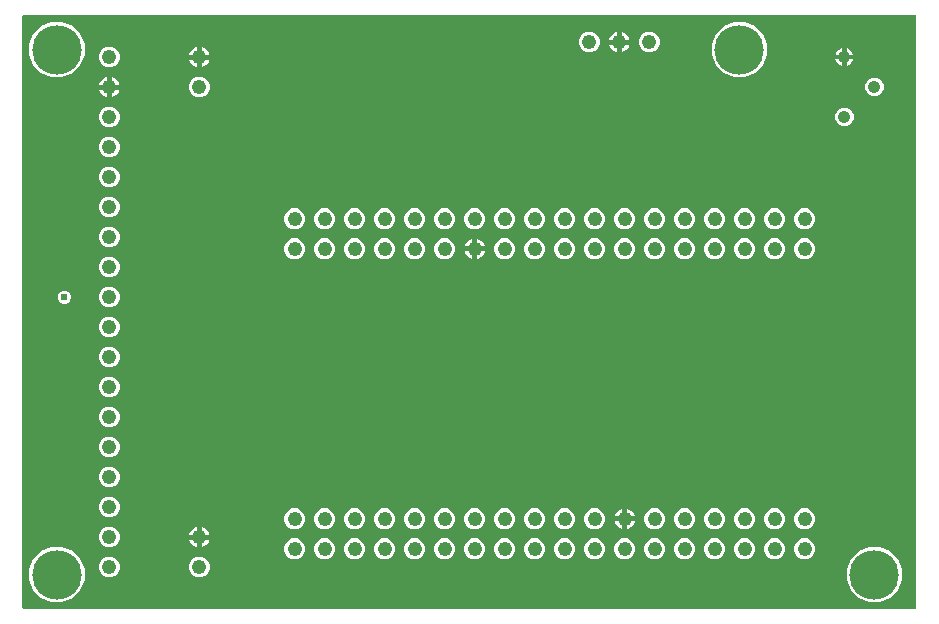
<source format=gbr>
G04 EAGLE Gerber RS-274X export*
G75*
%MOMM*%
%FSLAX34Y34*%
%LPD*%
%INCopper Layer 15*%
%IPPOS*%
%AMOC8*
5,1,8,0,0,1.08239X$1,22.5*%
G01*
%ADD10C,1.244600*%
%ADD11C,4.191000*%
%ADD12C,1.044800*%
%ADD13C,0.609600*%

G36*
X758308Y2556D02*
X758308Y2556D01*
X758427Y2563D01*
X758465Y2576D01*
X758506Y2581D01*
X758616Y2624D01*
X758729Y2661D01*
X758764Y2683D01*
X758801Y2698D01*
X758897Y2767D01*
X758998Y2831D01*
X759026Y2861D01*
X759059Y2884D01*
X759135Y2976D01*
X759216Y3063D01*
X759236Y3098D01*
X759261Y3129D01*
X759312Y3237D01*
X759370Y3341D01*
X759380Y3381D01*
X759397Y3417D01*
X759419Y3534D01*
X759449Y3649D01*
X759453Y3709D01*
X759457Y3729D01*
X759455Y3750D01*
X759459Y3810D01*
X759459Y504190D01*
X759444Y504308D01*
X759437Y504427D01*
X759424Y504465D01*
X759419Y504506D01*
X759376Y504616D01*
X759339Y504729D01*
X759317Y504764D01*
X759302Y504801D01*
X759233Y504897D01*
X759169Y504998D01*
X759139Y505026D01*
X759116Y505059D01*
X759024Y505135D01*
X758937Y505216D01*
X758902Y505236D01*
X758871Y505261D01*
X758763Y505312D01*
X758659Y505370D01*
X758619Y505380D01*
X758583Y505397D01*
X758466Y505419D01*
X758351Y505449D01*
X758291Y505453D01*
X758271Y505457D01*
X758250Y505455D01*
X758190Y505459D01*
X3810Y505459D01*
X3692Y505444D01*
X3573Y505437D01*
X3535Y505424D01*
X3494Y505419D01*
X3384Y505376D01*
X3271Y505339D01*
X3236Y505317D01*
X3199Y505302D01*
X3103Y505233D01*
X3002Y505169D01*
X2974Y505139D01*
X2941Y505116D01*
X2865Y505024D01*
X2784Y504937D01*
X2764Y504902D01*
X2739Y504871D01*
X2688Y504763D01*
X2630Y504659D01*
X2620Y504619D01*
X2603Y504583D01*
X2581Y504466D01*
X2551Y504351D01*
X2547Y504291D01*
X2543Y504271D01*
X2545Y504250D01*
X2541Y504190D01*
X2541Y3810D01*
X2556Y3692D01*
X2563Y3573D01*
X2576Y3535D01*
X2581Y3494D01*
X2624Y3384D01*
X2661Y3271D01*
X2683Y3236D01*
X2698Y3199D01*
X2767Y3103D01*
X2831Y3002D01*
X2861Y2974D01*
X2884Y2941D01*
X2976Y2865D01*
X3063Y2784D01*
X3098Y2764D01*
X3129Y2739D01*
X3237Y2688D01*
X3341Y2630D01*
X3381Y2620D01*
X3417Y2603D01*
X3534Y2581D01*
X3649Y2551D01*
X3709Y2547D01*
X3729Y2543D01*
X3750Y2545D01*
X3810Y2541D01*
X758190Y2541D01*
X758308Y2556D01*
G37*
%LPC*%
G36*
X604926Y452754D02*
X604926Y452754D01*
X596291Y456331D01*
X589681Y462941D01*
X586104Y471576D01*
X586104Y480924D01*
X589681Y489559D01*
X596291Y496169D01*
X604926Y499746D01*
X614274Y499746D01*
X622909Y496169D01*
X629519Y489559D01*
X633096Y480924D01*
X633096Y471576D01*
X629519Y462941D01*
X622909Y456331D01*
X614274Y452754D01*
X604926Y452754D01*
G37*
%LPD*%
%LPC*%
G36*
X27076Y452754D02*
X27076Y452754D01*
X18441Y456331D01*
X11831Y462941D01*
X8254Y471576D01*
X8254Y480924D01*
X11831Y489559D01*
X18441Y496169D01*
X27076Y499746D01*
X36424Y499746D01*
X45059Y496169D01*
X51669Y489559D01*
X55246Y480924D01*
X55246Y471576D01*
X51669Y462941D01*
X45059Y456331D01*
X36424Y452754D01*
X27076Y452754D01*
G37*
%LPD*%
%LPC*%
G36*
X27076Y8254D02*
X27076Y8254D01*
X18441Y11831D01*
X11831Y18441D01*
X8254Y27076D01*
X8254Y36424D01*
X11831Y45059D01*
X18441Y51669D01*
X27076Y55246D01*
X36424Y55246D01*
X45059Y51669D01*
X51669Y45059D01*
X55246Y36424D01*
X55246Y27076D01*
X51669Y18441D01*
X45059Y11831D01*
X36424Y8254D01*
X27076Y8254D01*
G37*
%LPD*%
%LPC*%
G36*
X719226Y8254D02*
X719226Y8254D01*
X710591Y11831D01*
X703981Y18441D01*
X700404Y27076D01*
X700404Y36424D01*
X703981Y45059D01*
X710591Y51669D01*
X719226Y55246D01*
X728574Y55246D01*
X737209Y51669D01*
X743819Y45059D01*
X747396Y36424D01*
X747396Y27076D01*
X743819Y18441D01*
X737209Y11831D01*
X728574Y8254D01*
X719226Y8254D01*
G37*
%LPD*%
%LPC*%
G36*
X531657Y473836D02*
X531657Y473836D01*
X528436Y475170D01*
X525970Y477636D01*
X524636Y480857D01*
X524636Y484343D01*
X525970Y487564D01*
X528436Y490030D01*
X531657Y491364D01*
X535143Y491364D01*
X538364Y490030D01*
X540830Y487564D01*
X542164Y484343D01*
X542164Y480857D01*
X540830Y477636D01*
X538364Y475170D01*
X535143Y473836D01*
X531657Y473836D01*
G37*
%LPD*%
%LPC*%
G36*
X480857Y473836D02*
X480857Y473836D01*
X477636Y475170D01*
X475170Y477636D01*
X473836Y480857D01*
X473836Y484343D01*
X475170Y487564D01*
X477636Y490030D01*
X480857Y491364D01*
X484343Y491364D01*
X487564Y490030D01*
X490030Y487564D01*
X491364Y484343D01*
X491364Y480857D01*
X490030Y477636D01*
X487564Y475170D01*
X484343Y473836D01*
X480857Y473836D01*
G37*
%LPD*%
%LPC*%
G36*
X586857Y44836D02*
X586857Y44836D01*
X583636Y46170D01*
X581170Y48636D01*
X579836Y51857D01*
X579836Y55343D01*
X581170Y58564D01*
X583636Y61030D01*
X586857Y62364D01*
X590343Y62364D01*
X593564Y61030D01*
X596030Y58564D01*
X597364Y55343D01*
X597364Y51857D01*
X596030Y48636D01*
X593564Y46170D01*
X590343Y44836D01*
X586857Y44836D01*
G37*
%LPD*%
%LPC*%
G36*
X561457Y44836D02*
X561457Y44836D01*
X558236Y46170D01*
X555770Y48636D01*
X554436Y51857D01*
X554436Y55343D01*
X555770Y58564D01*
X558236Y61030D01*
X561457Y62364D01*
X564943Y62364D01*
X568164Y61030D01*
X570630Y58564D01*
X571964Y55343D01*
X571964Y51857D01*
X570630Y48636D01*
X568164Y46170D01*
X564943Y44836D01*
X561457Y44836D01*
G37*
%LPD*%
%LPC*%
G36*
X536057Y44836D02*
X536057Y44836D01*
X532836Y46170D01*
X530370Y48636D01*
X529036Y51857D01*
X529036Y55343D01*
X530370Y58564D01*
X532836Y61030D01*
X536057Y62364D01*
X539543Y62364D01*
X542764Y61030D01*
X545230Y58564D01*
X546564Y55343D01*
X546564Y51857D01*
X545230Y48636D01*
X542764Y46170D01*
X539543Y44836D01*
X536057Y44836D01*
G37*
%LPD*%
%LPC*%
G36*
X510657Y44836D02*
X510657Y44836D01*
X507436Y46170D01*
X504970Y48636D01*
X503636Y51857D01*
X503636Y55343D01*
X504970Y58564D01*
X507436Y61030D01*
X510657Y62364D01*
X514143Y62364D01*
X517364Y61030D01*
X519830Y58564D01*
X521164Y55343D01*
X521164Y51857D01*
X519830Y48636D01*
X517364Y46170D01*
X514143Y44836D01*
X510657Y44836D01*
G37*
%LPD*%
%LPC*%
G36*
X74457Y461136D02*
X74457Y461136D01*
X71236Y462470D01*
X68770Y464936D01*
X67436Y468157D01*
X67436Y471643D01*
X68770Y474864D01*
X71236Y477330D01*
X74457Y478664D01*
X77943Y478664D01*
X81164Y477330D01*
X83630Y474864D01*
X84964Y471643D01*
X84964Y468157D01*
X83630Y464936D01*
X81164Y462470D01*
X77943Y461136D01*
X74457Y461136D01*
G37*
%LPD*%
%LPC*%
G36*
X485257Y44836D02*
X485257Y44836D01*
X482036Y46170D01*
X479570Y48636D01*
X478236Y51857D01*
X478236Y55343D01*
X479570Y58564D01*
X482036Y61030D01*
X485257Y62364D01*
X488743Y62364D01*
X491964Y61030D01*
X494430Y58564D01*
X495764Y55343D01*
X495764Y51857D01*
X494430Y48636D01*
X491964Y46170D01*
X488743Y44836D01*
X485257Y44836D01*
G37*
%LPD*%
%LPC*%
G36*
X74457Y29336D02*
X74457Y29336D01*
X71236Y30670D01*
X68770Y33136D01*
X67436Y36357D01*
X67436Y39843D01*
X68770Y43064D01*
X71236Y45530D01*
X74457Y46864D01*
X77943Y46864D01*
X81164Y45530D01*
X83630Y43064D01*
X84964Y39843D01*
X84964Y36357D01*
X83630Y33136D01*
X81164Y30670D01*
X77943Y29336D01*
X74457Y29336D01*
G37*
%LPD*%
%LPC*%
G36*
X434457Y44836D02*
X434457Y44836D01*
X431236Y46170D01*
X428770Y48636D01*
X427436Y51857D01*
X427436Y55343D01*
X428770Y58564D01*
X431236Y61030D01*
X434457Y62364D01*
X437943Y62364D01*
X441164Y61030D01*
X443630Y58564D01*
X444964Y55343D01*
X444964Y51857D01*
X443630Y48636D01*
X441164Y46170D01*
X437943Y44836D01*
X434457Y44836D01*
G37*
%LPD*%
%LPC*%
G36*
X409057Y44836D02*
X409057Y44836D01*
X405836Y46170D01*
X403370Y48636D01*
X402036Y51857D01*
X402036Y55343D01*
X403370Y58564D01*
X405836Y61030D01*
X409057Y62364D01*
X412543Y62364D01*
X415764Y61030D01*
X418230Y58564D01*
X419564Y55343D01*
X419564Y51857D01*
X418230Y48636D01*
X415764Y46170D01*
X412543Y44836D01*
X409057Y44836D01*
G37*
%LPD*%
%LPC*%
G36*
X383657Y44836D02*
X383657Y44836D01*
X380436Y46170D01*
X377970Y48636D01*
X376636Y51857D01*
X376636Y55343D01*
X377970Y58564D01*
X380436Y61030D01*
X383657Y62364D01*
X387143Y62364D01*
X390364Y61030D01*
X392830Y58564D01*
X394164Y55343D01*
X394164Y51857D01*
X392830Y48636D01*
X390364Y46170D01*
X387143Y44836D01*
X383657Y44836D01*
G37*
%LPD*%
%LPC*%
G36*
X637657Y324236D02*
X637657Y324236D01*
X634436Y325570D01*
X631970Y328036D01*
X630636Y331257D01*
X630636Y334743D01*
X631970Y337964D01*
X634436Y340430D01*
X637657Y341764D01*
X641143Y341764D01*
X644364Y340430D01*
X646830Y337964D01*
X648164Y334743D01*
X648164Y331257D01*
X646830Y328036D01*
X644364Y325570D01*
X641143Y324236D01*
X637657Y324236D01*
G37*
%LPD*%
%LPC*%
G36*
X358257Y44836D02*
X358257Y44836D01*
X355036Y46170D01*
X352570Y48636D01*
X351236Y51857D01*
X351236Y55343D01*
X352570Y58564D01*
X355036Y61030D01*
X358257Y62364D01*
X361743Y62364D01*
X364964Y61030D01*
X367430Y58564D01*
X368764Y55343D01*
X368764Y51857D01*
X367430Y48636D01*
X364964Y46170D01*
X361743Y44836D01*
X358257Y44836D01*
G37*
%LPD*%
%LPC*%
G36*
X332857Y44836D02*
X332857Y44836D01*
X329636Y46170D01*
X327170Y48636D01*
X325836Y51857D01*
X325836Y55343D01*
X327170Y58564D01*
X329636Y61030D01*
X332857Y62364D01*
X336343Y62364D01*
X339564Y61030D01*
X342030Y58564D01*
X343364Y55343D01*
X343364Y51857D01*
X342030Y48636D01*
X339564Y46170D01*
X336343Y44836D01*
X332857Y44836D01*
G37*
%LPD*%
%LPC*%
G36*
X150657Y435736D02*
X150657Y435736D01*
X147436Y437070D01*
X144970Y439536D01*
X143636Y442757D01*
X143636Y446243D01*
X144970Y449464D01*
X147436Y451930D01*
X150657Y453264D01*
X154143Y453264D01*
X157364Y451930D01*
X159830Y449464D01*
X161164Y446243D01*
X161164Y442757D01*
X159830Y439536D01*
X157364Y437070D01*
X154143Y435736D01*
X150657Y435736D01*
G37*
%LPD*%
%LPC*%
G36*
X307457Y44836D02*
X307457Y44836D01*
X304236Y46170D01*
X301770Y48636D01*
X300436Y51857D01*
X300436Y55343D01*
X301770Y58564D01*
X304236Y61030D01*
X307457Y62364D01*
X310943Y62364D01*
X314164Y61030D01*
X316630Y58564D01*
X317964Y55343D01*
X317964Y51857D01*
X316630Y48636D01*
X314164Y46170D01*
X310943Y44836D01*
X307457Y44836D01*
G37*
%LPD*%
%LPC*%
G36*
X282057Y44836D02*
X282057Y44836D01*
X278836Y46170D01*
X276370Y48636D01*
X275036Y51857D01*
X275036Y55343D01*
X276370Y58564D01*
X278836Y61030D01*
X282057Y62364D01*
X285543Y62364D01*
X288764Y61030D01*
X291230Y58564D01*
X292564Y55343D01*
X292564Y51857D01*
X291230Y48636D01*
X288764Y46170D01*
X285543Y44836D01*
X282057Y44836D01*
G37*
%LPD*%
%LPC*%
G36*
X256657Y44836D02*
X256657Y44836D01*
X253436Y46170D01*
X250970Y48636D01*
X249636Y51857D01*
X249636Y55343D01*
X250970Y58564D01*
X253436Y61030D01*
X256657Y62364D01*
X260143Y62364D01*
X263364Y61030D01*
X265830Y58564D01*
X267164Y55343D01*
X267164Y51857D01*
X265830Y48636D01*
X263364Y46170D01*
X260143Y44836D01*
X256657Y44836D01*
G37*
%LPD*%
%LPC*%
G36*
X231257Y44836D02*
X231257Y44836D01*
X228036Y46170D01*
X225570Y48636D01*
X224236Y51857D01*
X224236Y55343D01*
X225570Y58564D01*
X228036Y61030D01*
X231257Y62364D01*
X234743Y62364D01*
X237964Y61030D01*
X240430Y58564D01*
X241764Y55343D01*
X241764Y51857D01*
X240430Y48636D01*
X237964Y46170D01*
X234743Y44836D01*
X231257Y44836D01*
G37*
%LPD*%
%LPC*%
G36*
X150657Y29336D02*
X150657Y29336D01*
X147436Y30670D01*
X144970Y33136D01*
X143636Y36357D01*
X143636Y39843D01*
X144970Y43064D01*
X147436Y45530D01*
X150657Y46864D01*
X154143Y46864D01*
X157364Y45530D01*
X159830Y43064D01*
X161164Y39843D01*
X161164Y36357D01*
X159830Y33136D01*
X157364Y30670D01*
X154143Y29336D01*
X150657Y29336D01*
G37*
%LPD*%
%LPC*%
G36*
X74457Y410336D02*
X74457Y410336D01*
X71236Y411670D01*
X68770Y414136D01*
X67436Y417357D01*
X67436Y420843D01*
X68770Y424064D01*
X71236Y426530D01*
X74457Y427864D01*
X77943Y427864D01*
X81164Y426530D01*
X83630Y424064D01*
X84964Y420843D01*
X84964Y417357D01*
X83630Y414136D01*
X81164Y411670D01*
X77943Y410336D01*
X74457Y410336D01*
G37*
%LPD*%
%LPC*%
G36*
X74457Y384936D02*
X74457Y384936D01*
X71236Y386270D01*
X68770Y388736D01*
X67436Y391957D01*
X67436Y395443D01*
X68770Y398664D01*
X71236Y401130D01*
X74457Y402464D01*
X77943Y402464D01*
X81164Y401130D01*
X83630Y398664D01*
X84964Y395443D01*
X84964Y391957D01*
X83630Y388736D01*
X81164Y386270D01*
X77943Y384936D01*
X74457Y384936D01*
G37*
%LPD*%
%LPC*%
G36*
X74457Y359536D02*
X74457Y359536D01*
X71236Y360870D01*
X68770Y363336D01*
X67436Y366557D01*
X67436Y370043D01*
X68770Y373264D01*
X71236Y375730D01*
X74457Y377064D01*
X77943Y377064D01*
X81164Y375730D01*
X83630Y373264D01*
X84964Y370043D01*
X84964Y366557D01*
X83630Y363336D01*
X81164Y360870D01*
X77943Y359536D01*
X74457Y359536D01*
G37*
%LPD*%
%LPC*%
G36*
X74457Y334136D02*
X74457Y334136D01*
X71236Y335470D01*
X68770Y337936D01*
X67436Y341157D01*
X67436Y344643D01*
X68770Y347864D01*
X71236Y350330D01*
X74457Y351664D01*
X77943Y351664D01*
X81164Y350330D01*
X83630Y347864D01*
X84964Y344643D01*
X84964Y341157D01*
X83630Y337936D01*
X81164Y335470D01*
X77943Y334136D01*
X74457Y334136D01*
G37*
%LPD*%
%LPC*%
G36*
X663057Y324236D02*
X663057Y324236D01*
X659836Y325570D01*
X657370Y328036D01*
X656036Y331257D01*
X656036Y334743D01*
X657370Y337964D01*
X659836Y340430D01*
X663057Y341764D01*
X666543Y341764D01*
X669764Y340430D01*
X672230Y337964D01*
X673564Y334743D01*
X673564Y331257D01*
X672230Y328036D01*
X669764Y325570D01*
X666543Y324236D01*
X663057Y324236D01*
G37*
%LPD*%
%LPC*%
G36*
X612257Y324236D02*
X612257Y324236D01*
X609036Y325570D01*
X606570Y328036D01*
X605236Y331257D01*
X605236Y334743D01*
X606570Y337964D01*
X609036Y340430D01*
X612257Y341764D01*
X615743Y341764D01*
X618964Y340430D01*
X621430Y337964D01*
X622764Y334743D01*
X622764Y331257D01*
X621430Y328036D01*
X618964Y325570D01*
X615743Y324236D01*
X612257Y324236D01*
G37*
%LPD*%
%LPC*%
G36*
X586857Y324236D02*
X586857Y324236D01*
X583636Y325570D01*
X581170Y328036D01*
X579836Y331257D01*
X579836Y334743D01*
X581170Y337964D01*
X583636Y340430D01*
X586857Y341764D01*
X590343Y341764D01*
X593564Y340430D01*
X596030Y337964D01*
X597364Y334743D01*
X597364Y331257D01*
X596030Y328036D01*
X593564Y325570D01*
X590343Y324236D01*
X586857Y324236D01*
G37*
%LPD*%
%LPC*%
G36*
X561457Y324236D02*
X561457Y324236D01*
X558236Y325570D01*
X555770Y328036D01*
X554436Y331257D01*
X554436Y334743D01*
X555770Y337964D01*
X558236Y340430D01*
X561457Y341764D01*
X564943Y341764D01*
X568164Y340430D01*
X570630Y337964D01*
X571964Y334743D01*
X571964Y331257D01*
X570630Y328036D01*
X568164Y325570D01*
X564943Y324236D01*
X561457Y324236D01*
G37*
%LPD*%
%LPC*%
G36*
X536057Y324236D02*
X536057Y324236D01*
X532836Y325570D01*
X530370Y328036D01*
X529036Y331257D01*
X529036Y334743D01*
X530370Y337964D01*
X532836Y340430D01*
X536057Y341764D01*
X539543Y341764D01*
X542764Y340430D01*
X545230Y337964D01*
X546564Y334743D01*
X546564Y331257D01*
X545230Y328036D01*
X542764Y325570D01*
X539543Y324236D01*
X536057Y324236D01*
G37*
%LPD*%
%LPC*%
G36*
X510657Y324236D02*
X510657Y324236D01*
X507436Y325570D01*
X504970Y328036D01*
X503636Y331257D01*
X503636Y334743D01*
X504970Y337964D01*
X507436Y340430D01*
X510657Y341764D01*
X514143Y341764D01*
X517364Y340430D01*
X519830Y337964D01*
X521164Y334743D01*
X521164Y331257D01*
X519830Y328036D01*
X517364Y325570D01*
X514143Y324236D01*
X510657Y324236D01*
G37*
%LPD*%
%LPC*%
G36*
X485257Y324236D02*
X485257Y324236D01*
X482036Y325570D01*
X479570Y328036D01*
X478236Y331257D01*
X478236Y334743D01*
X479570Y337964D01*
X482036Y340430D01*
X485257Y341764D01*
X488743Y341764D01*
X491964Y340430D01*
X494430Y337964D01*
X495764Y334743D01*
X495764Y331257D01*
X494430Y328036D01*
X491964Y325570D01*
X488743Y324236D01*
X485257Y324236D01*
G37*
%LPD*%
%LPC*%
G36*
X459857Y324236D02*
X459857Y324236D01*
X456636Y325570D01*
X454170Y328036D01*
X452836Y331257D01*
X452836Y334743D01*
X454170Y337964D01*
X456636Y340430D01*
X459857Y341764D01*
X463343Y341764D01*
X466564Y340430D01*
X469030Y337964D01*
X470364Y334743D01*
X470364Y331257D01*
X469030Y328036D01*
X466564Y325570D01*
X463343Y324236D01*
X459857Y324236D01*
G37*
%LPD*%
%LPC*%
G36*
X434457Y324236D02*
X434457Y324236D01*
X431236Y325570D01*
X428770Y328036D01*
X427436Y331257D01*
X427436Y334743D01*
X428770Y337964D01*
X431236Y340430D01*
X434457Y341764D01*
X437943Y341764D01*
X441164Y340430D01*
X443630Y337964D01*
X444964Y334743D01*
X444964Y331257D01*
X443630Y328036D01*
X441164Y325570D01*
X437943Y324236D01*
X434457Y324236D01*
G37*
%LPD*%
%LPC*%
G36*
X409057Y324236D02*
X409057Y324236D01*
X405836Y325570D01*
X403370Y328036D01*
X402036Y331257D01*
X402036Y334743D01*
X403370Y337964D01*
X405836Y340430D01*
X409057Y341764D01*
X412543Y341764D01*
X415764Y340430D01*
X418230Y337964D01*
X419564Y334743D01*
X419564Y331257D01*
X418230Y328036D01*
X415764Y325570D01*
X412543Y324236D01*
X409057Y324236D01*
G37*
%LPD*%
%LPC*%
G36*
X383657Y324236D02*
X383657Y324236D01*
X380436Y325570D01*
X377970Y328036D01*
X376636Y331257D01*
X376636Y334743D01*
X377970Y337964D01*
X380436Y340430D01*
X383657Y341764D01*
X387143Y341764D01*
X390364Y340430D01*
X392830Y337964D01*
X394164Y334743D01*
X394164Y331257D01*
X392830Y328036D01*
X390364Y325570D01*
X387143Y324236D01*
X383657Y324236D01*
G37*
%LPD*%
%LPC*%
G36*
X358257Y324236D02*
X358257Y324236D01*
X355036Y325570D01*
X352570Y328036D01*
X351236Y331257D01*
X351236Y334743D01*
X352570Y337964D01*
X355036Y340430D01*
X358257Y341764D01*
X361743Y341764D01*
X364964Y340430D01*
X367430Y337964D01*
X368764Y334743D01*
X368764Y331257D01*
X367430Y328036D01*
X364964Y325570D01*
X361743Y324236D01*
X358257Y324236D01*
G37*
%LPD*%
%LPC*%
G36*
X332857Y324236D02*
X332857Y324236D01*
X329636Y325570D01*
X327170Y328036D01*
X325836Y331257D01*
X325836Y334743D01*
X327170Y337964D01*
X329636Y340430D01*
X332857Y341764D01*
X336343Y341764D01*
X339564Y340430D01*
X342030Y337964D01*
X343364Y334743D01*
X343364Y331257D01*
X342030Y328036D01*
X339564Y325570D01*
X336343Y324236D01*
X332857Y324236D01*
G37*
%LPD*%
%LPC*%
G36*
X307457Y324236D02*
X307457Y324236D01*
X304236Y325570D01*
X301770Y328036D01*
X300436Y331257D01*
X300436Y334743D01*
X301770Y337964D01*
X304236Y340430D01*
X307457Y341764D01*
X310943Y341764D01*
X314164Y340430D01*
X316630Y337964D01*
X317964Y334743D01*
X317964Y331257D01*
X316630Y328036D01*
X314164Y325570D01*
X310943Y324236D01*
X307457Y324236D01*
G37*
%LPD*%
%LPC*%
G36*
X282057Y324236D02*
X282057Y324236D01*
X278836Y325570D01*
X276370Y328036D01*
X275036Y331257D01*
X275036Y334743D01*
X276370Y337964D01*
X278836Y340430D01*
X282057Y341764D01*
X285543Y341764D01*
X288764Y340430D01*
X291230Y337964D01*
X292564Y334743D01*
X292564Y331257D01*
X291230Y328036D01*
X288764Y325570D01*
X285543Y324236D01*
X282057Y324236D01*
G37*
%LPD*%
%LPC*%
G36*
X256657Y324236D02*
X256657Y324236D01*
X253436Y325570D01*
X250970Y328036D01*
X249636Y331257D01*
X249636Y334743D01*
X250970Y337964D01*
X253436Y340430D01*
X256657Y341764D01*
X260143Y341764D01*
X263364Y340430D01*
X265830Y337964D01*
X267164Y334743D01*
X267164Y331257D01*
X265830Y328036D01*
X263364Y325570D01*
X260143Y324236D01*
X256657Y324236D01*
G37*
%LPD*%
%LPC*%
G36*
X231257Y324236D02*
X231257Y324236D01*
X228036Y325570D01*
X225570Y328036D01*
X224236Y331257D01*
X224236Y334743D01*
X225570Y337964D01*
X228036Y340430D01*
X231257Y341764D01*
X234743Y341764D01*
X237964Y340430D01*
X240430Y337964D01*
X241764Y334743D01*
X241764Y331257D01*
X240430Y328036D01*
X237964Y325570D01*
X234743Y324236D01*
X231257Y324236D01*
G37*
%LPD*%
%LPC*%
G36*
X74457Y308736D02*
X74457Y308736D01*
X71236Y310070D01*
X68770Y312536D01*
X67436Y315757D01*
X67436Y319243D01*
X68770Y322464D01*
X71236Y324930D01*
X74457Y326264D01*
X77943Y326264D01*
X81164Y324930D01*
X83630Y322464D01*
X84964Y319243D01*
X84964Y315757D01*
X83630Y312536D01*
X81164Y310070D01*
X77943Y308736D01*
X74457Y308736D01*
G37*
%LPD*%
%LPC*%
G36*
X256657Y298836D02*
X256657Y298836D01*
X253436Y300170D01*
X250970Y302636D01*
X249636Y305857D01*
X249636Y309343D01*
X250970Y312564D01*
X253436Y315030D01*
X256657Y316364D01*
X260143Y316364D01*
X263364Y315030D01*
X265830Y312564D01*
X267164Y309343D01*
X267164Y305857D01*
X265830Y302636D01*
X263364Y300170D01*
X260143Y298836D01*
X256657Y298836D01*
G37*
%LPD*%
%LPC*%
G36*
X231257Y298836D02*
X231257Y298836D01*
X228036Y300170D01*
X225570Y302636D01*
X224236Y305857D01*
X224236Y309343D01*
X225570Y312564D01*
X228036Y315030D01*
X231257Y316364D01*
X234743Y316364D01*
X237964Y315030D01*
X240430Y312564D01*
X241764Y309343D01*
X241764Y305857D01*
X240430Y302636D01*
X237964Y300170D01*
X234743Y298836D01*
X231257Y298836D01*
G37*
%LPD*%
%LPC*%
G36*
X663057Y298836D02*
X663057Y298836D01*
X659836Y300170D01*
X657370Y302636D01*
X656036Y305857D01*
X656036Y309343D01*
X657370Y312564D01*
X659836Y315030D01*
X663057Y316364D01*
X666543Y316364D01*
X669764Y315030D01*
X672230Y312564D01*
X673564Y309343D01*
X673564Y305857D01*
X672230Y302636D01*
X669764Y300170D01*
X666543Y298836D01*
X663057Y298836D01*
G37*
%LPD*%
%LPC*%
G36*
X637657Y298836D02*
X637657Y298836D01*
X634436Y300170D01*
X631970Y302636D01*
X630636Y305857D01*
X630636Y309343D01*
X631970Y312564D01*
X634436Y315030D01*
X637657Y316364D01*
X641143Y316364D01*
X644364Y315030D01*
X646830Y312564D01*
X648164Y309343D01*
X648164Y305857D01*
X646830Y302636D01*
X644364Y300170D01*
X641143Y298836D01*
X637657Y298836D01*
G37*
%LPD*%
%LPC*%
G36*
X612257Y298836D02*
X612257Y298836D01*
X609036Y300170D01*
X606570Y302636D01*
X605236Y305857D01*
X605236Y309343D01*
X606570Y312564D01*
X609036Y315030D01*
X612257Y316364D01*
X615743Y316364D01*
X618964Y315030D01*
X621430Y312564D01*
X622764Y309343D01*
X622764Y305857D01*
X621430Y302636D01*
X618964Y300170D01*
X615743Y298836D01*
X612257Y298836D01*
G37*
%LPD*%
%LPC*%
G36*
X586857Y298836D02*
X586857Y298836D01*
X583636Y300170D01*
X581170Y302636D01*
X579836Y305857D01*
X579836Y309343D01*
X581170Y312564D01*
X583636Y315030D01*
X586857Y316364D01*
X590343Y316364D01*
X593564Y315030D01*
X596030Y312564D01*
X597364Y309343D01*
X597364Y305857D01*
X596030Y302636D01*
X593564Y300170D01*
X590343Y298836D01*
X586857Y298836D01*
G37*
%LPD*%
%LPC*%
G36*
X561457Y298836D02*
X561457Y298836D01*
X558236Y300170D01*
X555770Y302636D01*
X554436Y305857D01*
X554436Y309343D01*
X555770Y312564D01*
X558236Y315030D01*
X561457Y316364D01*
X564943Y316364D01*
X568164Y315030D01*
X570630Y312564D01*
X571964Y309343D01*
X571964Y305857D01*
X570630Y302636D01*
X568164Y300170D01*
X564943Y298836D01*
X561457Y298836D01*
G37*
%LPD*%
%LPC*%
G36*
X536057Y298836D02*
X536057Y298836D01*
X532836Y300170D01*
X530370Y302636D01*
X529036Y305857D01*
X529036Y309343D01*
X530370Y312564D01*
X532836Y315030D01*
X536057Y316364D01*
X539543Y316364D01*
X542764Y315030D01*
X545230Y312564D01*
X546564Y309343D01*
X546564Y305857D01*
X545230Y302636D01*
X542764Y300170D01*
X539543Y298836D01*
X536057Y298836D01*
G37*
%LPD*%
%LPC*%
G36*
X510657Y298836D02*
X510657Y298836D01*
X507436Y300170D01*
X504970Y302636D01*
X503636Y305857D01*
X503636Y309343D01*
X504970Y312564D01*
X507436Y315030D01*
X510657Y316364D01*
X514143Y316364D01*
X517364Y315030D01*
X519830Y312564D01*
X521164Y309343D01*
X521164Y305857D01*
X519830Y302636D01*
X517364Y300170D01*
X514143Y298836D01*
X510657Y298836D01*
G37*
%LPD*%
%LPC*%
G36*
X485257Y298836D02*
X485257Y298836D01*
X482036Y300170D01*
X479570Y302636D01*
X478236Y305857D01*
X478236Y309343D01*
X479570Y312564D01*
X482036Y315030D01*
X485257Y316364D01*
X488743Y316364D01*
X491964Y315030D01*
X494430Y312564D01*
X495764Y309343D01*
X495764Y305857D01*
X494430Y302636D01*
X491964Y300170D01*
X488743Y298836D01*
X485257Y298836D01*
G37*
%LPD*%
%LPC*%
G36*
X459857Y298836D02*
X459857Y298836D01*
X456636Y300170D01*
X454170Y302636D01*
X452836Y305857D01*
X452836Y309343D01*
X454170Y312564D01*
X456636Y315030D01*
X459857Y316364D01*
X463343Y316364D01*
X466564Y315030D01*
X469030Y312564D01*
X470364Y309343D01*
X470364Y305857D01*
X469030Y302636D01*
X466564Y300170D01*
X463343Y298836D01*
X459857Y298836D01*
G37*
%LPD*%
%LPC*%
G36*
X434457Y298836D02*
X434457Y298836D01*
X431236Y300170D01*
X428770Y302636D01*
X427436Y305857D01*
X427436Y309343D01*
X428770Y312564D01*
X431236Y315030D01*
X434457Y316364D01*
X437943Y316364D01*
X441164Y315030D01*
X443630Y312564D01*
X444964Y309343D01*
X444964Y305857D01*
X443630Y302636D01*
X441164Y300170D01*
X437943Y298836D01*
X434457Y298836D01*
G37*
%LPD*%
%LPC*%
G36*
X409057Y298836D02*
X409057Y298836D01*
X405836Y300170D01*
X403370Y302636D01*
X402036Y305857D01*
X402036Y309343D01*
X403370Y312564D01*
X405836Y315030D01*
X409057Y316364D01*
X412543Y316364D01*
X415764Y315030D01*
X418230Y312564D01*
X419564Y309343D01*
X419564Y305857D01*
X418230Y302636D01*
X415764Y300170D01*
X412543Y298836D01*
X409057Y298836D01*
G37*
%LPD*%
%LPC*%
G36*
X358257Y298836D02*
X358257Y298836D01*
X355036Y300170D01*
X352570Y302636D01*
X351236Y305857D01*
X351236Y309343D01*
X352570Y312564D01*
X355036Y315030D01*
X358257Y316364D01*
X361743Y316364D01*
X364964Y315030D01*
X367430Y312564D01*
X368764Y309343D01*
X368764Y305857D01*
X367430Y302636D01*
X364964Y300170D01*
X361743Y298836D01*
X358257Y298836D01*
G37*
%LPD*%
%LPC*%
G36*
X332857Y298836D02*
X332857Y298836D01*
X329636Y300170D01*
X327170Y302636D01*
X325836Y305857D01*
X325836Y309343D01*
X327170Y312564D01*
X329636Y315030D01*
X332857Y316364D01*
X336343Y316364D01*
X339564Y315030D01*
X342030Y312564D01*
X343364Y309343D01*
X343364Y305857D01*
X342030Y302636D01*
X339564Y300170D01*
X336343Y298836D01*
X332857Y298836D01*
G37*
%LPD*%
%LPC*%
G36*
X307457Y298836D02*
X307457Y298836D01*
X304236Y300170D01*
X301770Y302636D01*
X300436Y305857D01*
X300436Y309343D01*
X301770Y312564D01*
X304236Y315030D01*
X307457Y316364D01*
X310943Y316364D01*
X314164Y315030D01*
X316630Y312564D01*
X317964Y309343D01*
X317964Y305857D01*
X316630Y302636D01*
X314164Y300170D01*
X310943Y298836D01*
X307457Y298836D01*
G37*
%LPD*%
%LPC*%
G36*
X282057Y298836D02*
X282057Y298836D01*
X278836Y300170D01*
X276370Y302636D01*
X275036Y305857D01*
X275036Y309343D01*
X276370Y312564D01*
X278836Y315030D01*
X282057Y316364D01*
X285543Y316364D01*
X288764Y315030D01*
X291230Y312564D01*
X292564Y309343D01*
X292564Y305857D01*
X291230Y302636D01*
X288764Y300170D01*
X285543Y298836D01*
X282057Y298836D01*
G37*
%LPD*%
%LPC*%
G36*
X74457Y283336D02*
X74457Y283336D01*
X71236Y284670D01*
X68770Y287136D01*
X67436Y290357D01*
X67436Y293843D01*
X68770Y297064D01*
X71236Y299530D01*
X74457Y300864D01*
X77943Y300864D01*
X81164Y299530D01*
X83630Y297064D01*
X84964Y293843D01*
X84964Y290357D01*
X83630Y287136D01*
X81164Y284670D01*
X77943Y283336D01*
X74457Y283336D01*
G37*
%LPD*%
%LPC*%
G36*
X74457Y257936D02*
X74457Y257936D01*
X71236Y259270D01*
X68770Y261736D01*
X67436Y264957D01*
X67436Y268443D01*
X68770Y271664D01*
X71236Y274130D01*
X74457Y275464D01*
X77943Y275464D01*
X81164Y274130D01*
X83630Y271664D01*
X84964Y268443D01*
X84964Y264957D01*
X83630Y261736D01*
X81164Y259270D01*
X77943Y257936D01*
X74457Y257936D01*
G37*
%LPD*%
%LPC*%
G36*
X74457Y232536D02*
X74457Y232536D01*
X71236Y233870D01*
X68770Y236336D01*
X67436Y239557D01*
X67436Y243043D01*
X68770Y246264D01*
X71236Y248730D01*
X74457Y250064D01*
X77943Y250064D01*
X81164Y248730D01*
X83630Y246264D01*
X84964Y243043D01*
X84964Y239557D01*
X83630Y236336D01*
X81164Y233870D01*
X77943Y232536D01*
X74457Y232536D01*
G37*
%LPD*%
%LPC*%
G36*
X74457Y207136D02*
X74457Y207136D01*
X71236Y208470D01*
X68770Y210936D01*
X67436Y214157D01*
X67436Y217643D01*
X68770Y220864D01*
X71236Y223330D01*
X74457Y224664D01*
X77943Y224664D01*
X81164Y223330D01*
X83630Y220864D01*
X84964Y217643D01*
X84964Y214157D01*
X83630Y210936D01*
X81164Y208470D01*
X77943Y207136D01*
X74457Y207136D01*
G37*
%LPD*%
%LPC*%
G36*
X74457Y181736D02*
X74457Y181736D01*
X71236Y183070D01*
X68770Y185536D01*
X67436Y188757D01*
X67436Y192243D01*
X68770Y195464D01*
X71236Y197930D01*
X74457Y199264D01*
X77943Y199264D01*
X81164Y197930D01*
X83630Y195464D01*
X84964Y192243D01*
X84964Y188757D01*
X83630Y185536D01*
X81164Y183070D01*
X77943Y181736D01*
X74457Y181736D01*
G37*
%LPD*%
%LPC*%
G36*
X74457Y156336D02*
X74457Y156336D01*
X71236Y157670D01*
X68770Y160136D01*
X67436Y163357D01*
X67436Y166843D01*
X68770Y170064D01*
X71236Y172530D01*
X74457Y173864D01*
X77943Y173864D01*
X81164Y172530D01*
X83630Y170064D01*
X84964Y166843D01*
X84964Y163357D01*
X83630Y160136D01*
X81164Y157670D01*
X77943Y156336D01*
X74457Y156336D01*
G37*
%LPD*%
%LPC*%
G36*
X74457Y130936D02*
X74457Y130936D01*
X71236Y132270D01*
X68770Y134736D01*
X67436Y137957D01*
X67436Y141443D01*
X68770Y144664D01*
X71236Y147130D01*
X74457Y148464D01*
X77943Y148464D01*
X81164Y147130D01*
X83630Y144664D01*
X84964Y141443D01*
X84964Y137957D01*
X83630Y134736D01*
X81164Y132270D01*
X77943Y130936D01*
X74457Y130936D01*
G37*
%LPD*%
%LPC*%
G36*
X74457Y105536D02*
X74457Y105536D01*
X71236Y106870D01*
X68770Y109336D01*
X67436Y112557D01*
X67436Y116043D01*
X68770Y119264D01*
X71236Y121730D01*
X74457Y123064D01*
X77943Y123064D01*
X81164Y121730D01*
X83630Y119264D01*
X84964Y116043D01*
X84964Y112557D01*
X83630Y109336D01*
X81164Y106870D01*
X77943Y105536D01*
X74457Y105536D01*
G37*
%LPD*%
%LPC*%
G36*
X74457Y80136D02*
X74457Y80136D01*
X71236Y81470D01*
X68770Y83936D01*
X67436Y87157D01*
X67436Y90643D01*
X68770Y93864D01*
X71236Y96330D01*
X74457Y97664D01*
X77943Y97664D01*
X81164Y96330D01*
X83630Y93864D01*
X84964Y90643D01*
X84964Y87157D01*
X83630Y83936D01*
X81164Y81470D01*
X77943Y80136D01*
X74457Y80136D01*
G37*
%LPD*%
%LPC*%
G36*
X256657Y70236D02*
X256657Y70236D01*
X253436Y71570D01*
X250970Y74036D01*
X249636Y77257D01*
X249636Y80743D01*
X250970Y83964D01*
X253436Y86430D01*
X256657Y87764D01*
X260143Y87764D01*
X263364Y86430D01*
X265830Y83964D01*
X267164Y80743D01*
X267164Y77257D01*
X265830Y74036D01*
X263364Y71570D01*
X260143Y70236D01*
X256657Y70236D01*
G37*
%LPD*%
%LPC*%
G36*
X231257Y70236D02*
X231257Y70236D01*
X228036Y71570D01*
X225570Y74036D01*
X224236Y77257D01*
X224236Y80743D01*
X225570Y83964D01*
X228036Y86430D01*
X231257Y87764D01*
X234743Y87764D01*
X237964Y86430D01*
X240430Y83964D01*
X241764Y80743D01*
X241764Y77257D01*
X240430Y74036D01*
X237964Y71570D01*
X234743Y70236D01*
X231257Y70236D01*
G37*
%LPD*%
%LPC*%
G36*
X663057Y70236D02*
X663057Y70236D01*
X659836Y71570D01*
X657370Y74036D01*
X656036Y77257D01*
X656036Y80743D01*
X657370Y83964D01*
X659836Y86430D01*
X663057Y87764D01*
X666543Y87764D01*
X669764Y86430D01*
X672230Y83964D01*
X673564Y80743D01*
X673564Y77257D01*
X672230Y74036D01*
X669764Y71570D01*
X666543Y70236D01*
X663057Y70236D01*
G37*
%LPD*%
%LPC*%
G36*
X637657Y70236D02*
X637657Y70236D01*
X634436Y71570D01*
X631970Y74036D01*
X630636Y77257D01*
X630636Y80743D01*
X631970Y83964D01*
X634436Y86430D01*
X637657Y87764D01*
X641143Y87764D01*
X644364Y86430D01*
X646830Y83964D01*
X648164Y80743D01*
X648164Y77257D01*
X646830Y74036D01*
X644364Y71570D01*
X641143Y70236D01*
X637657Y70236D01*
G37*
%LPD*%
%LPC*%
G36*
X612257Y70236D02*
X612257Y70236D01*
X609036Y71570D01*
X606570Y74036D01*
X605236Y77257D01*
X605236Y80743D01*
X606570Y83964D01*
X609036Y86430D01*
X612257Y87764D01*
X615743Y87764D01*
X618964Y86430D01*
X621430Y83964D01*
X622764Y80743D01*
X622764Y77257D01*
X621430Y74036D01*
X618964Y71570D01*
X615743Y70236D01*
X612257Y70236D01*
G37*
%LPD*%
%LPC*%
G36*
X586857Y70236D02*
X586857Y70236D01*
X583636Y71570D01*
X581170Y74036D01*
X579836Y77257D01*
X579836Y80743D01*
X581170Y83964D01*
X583636Y86430D01*
X586857Y87764D01*
X590343Y87764D01*
X593564Y86430D01*
X596030Y83964D01*
X597364Y80743D01*
X597364Y77257D01*
X596030Y74036D01*
X593564Y71570D01*
X590343Y70236D01*
X586857Y70236D01*
G37*
%LPD*%
%LPC*%
G36*
X561457Y70236D02*
X561457Y70236D01*
X558236Y71570D01*
X555770Y74036D01*
X554436Y77257D01*
X554436Y80743D01*
X555770Y83964D01*
X558236Y86430D01*
X561457Y87764D01*
X564943Y87764D01*
X568164Y86430D01*
X570630Y83964D01*
X571964Y80743D01*
X571964Y77257D01*
X570630Y74036D01*
X568164Y71570D01*
X564943Y70236D01*
X561457Y70236D01*
G37*
%LPD*%
%LPC*%
G36*
X536057Y70236D02*
X536057Y70236D01*
X532836Y71570D01*
X530370Y74036D01*
X529036Y77257D01*
X529036Y80743D01*
X530370Y83964D01*
X532836Y86430D01*
X536057Y87764D01*
X539543Y87764D01*
X542764Y86430D01*
X545230Y83964D01*
X546564Y80743D01*
X546564Y77257D01*
X545230Y74036D01*
X542764Y71570D01*
X539543Y70236D01*
X536057Y70236D01*
G37*
%LPD*%
%LPC*%
G36*
X485257Y70236D02*
X485257Y70236D01*
X482036Y71570D01*
X479570Y74036D01*
X478236Y77257D01*
X478236Y80743D01*
X479570Y83964D01*
X482036Y86430D01*
X485257Y87764D01*
X488743Y87764D01*
X491964Y86430D01*
X494430Y83964D01*
X495764Y80743D01*
X495764Y77257D01*
X494430Y74036D01*
X491964Y71570D01*
X488743Y70236D01*
X485257Y70236D01*
G37*
%LPD*%
%LPC*%
G36*
X459857Y70236D02*
X459857Y70236D01*
X456636Y71570D01*
X454170Y74036D01*
X452836Y77257D01*
X452836Y80743D01*
X454170Y83964D01*
X456636Y86430D01*
X459857Y87764D01*
X463343Y87764D01*
X466564Y86430D01*
X469030Y83964D01*
X470364Y80743D01*
X470364Y77257D01*
X469030Y74036D01*
X466564Y71570D01*
X463343Y70236D01*
X459857Y70236D01*
G37*
%LPD*%
%LPC*%
G36*
X434457Y70236D02*
X434457Y70236D01*
X431236Y71570D01*
X428770Y74036D01*
X427436Y77257D01*
X427436Y80743D01*
X428770Y83964D01*
X431236Y86430D01*
X434457Y87764D01*
X437943Y87764D01*
X441164Y86430D01*
X443630Y83964D01*
X444964Y80743D01*
X444964Y77257D01*
X443630Y74036D01*
X441164Y71570D01*
X437943Y70236D01*
X434457Y70236D01*
G37*
%LPD*%
%LPC*%
G36*
X409057Y70236D02*
X409057Y70236D01*
X405836Y71570D01*
X403370Y74036D01*
X402036Y77257D01*
X402036Y80743D01*
X403370Y83964D01*
X405836Y86430D01*
X409057Y87764D01*
X412543Y87764D01*
X415764Y86430D01*
X418230Y83964D01*
X419564Y80743D01*
X419564Y77257D01*
X418230Y74036D01*
X415764Y71570D01*
X412543Y70236D01*
X409057Y70236D01*
G37*
%LPD*%
%LPC*%
G36*
X383657Y70236D02*
X383657Y70236D01*
X380436Y71570D01*
X377970Y74036D01*
X376636Y77257D01*
X376636Y80743D01*
X377970Y83964D01*
X380436Y86430D01*
X383657Y87764D01*
X387143Y87764D01*
X390364Y86430D01*
X392830Y83964D01*
X394164Y80743D01*
X394164Y77257D01*
X392830Y74036D01*
X390364Y71570D01*
X387143Y70236D01*
X383657Y70236D01*
G37*
%LPD*%
%LPC*%
G36*
X358257Y70236D02*
X358257Y70236D01*
X355036Y71570D01*
X352570Y74036D01*
X351236Y77257D01*
X351236Y80743D01*
X352570Y83964D01*
X355036Y86430D01*
X358257Y87764D01*
X361743Y87764D01*
X364964Y86430D01*
X367430Y83964D01*
X368764Y80743D01*
X368764Y77257D01*
X367430Y74036D01*
X364964Y71570D01*
X361743Y70236D01*
X358257Y70236D01*
G37*
%LPD*%
%LPC*%
G36*
X332857Y70236D02*
X332857Y70236D01*
X329636Y71570D01*
X327170Y74036D01*
X325836Y77257D01*
X325836Y80743D01*
X327170Y83964D01*
X329636Y86430D01*
X332857Y87764D01*
X336343Y87764D01*
X339564Y86430D01*
X342030Y83964D01*
X343364Y80743D01*
X343364Y77257D01*
X342030Y74036D01*
X339564Y71570D01*
X336343Y70236D01*
X332857Y70236D01*
G37*
%LPD*%
%LPC*%
G36*
X307457Y70236D02*
X307457Y70236D01*
X304236Y71570D01*
X301770Y74036D01*
X300436Y77257D01*
X300436Y80743D01*
X301770Y83964D01*
X304236Y86430D01*
X307457Y87764D01*
X310943Y87764D01*
X314164Y86430D01*
X316630Y83964D01*
X317964Y80743D01*
X317964Y77257D01*
X316630Y74036D01*
X314164Y71570D01*
X310943Y70236D01*
X307457Y70236D01*
G37*
%LPD*%
%LPC*%
G36*
X282057Y70236D02*
X282057Y70236D01*
X278836Y71570D01*
X276370Y74036D01*
X275036Y77257D01*
X275036Y80743D01*
X276370Y83964D01*
X278836Y86430D01*
X282057Y87764D01*
X285543Y87764D01*
X288764Y86430D01*
X291230Y83964D01*
X292564Y80743D01*
X292564Y77257D01*
X291230Y74036D01*
X288764Y71570D01*
X285543Y70236D01*
X282057Y70236D01*
G37*
%LPD*%
%LPC*%
G36*
X459857Y44836D02*
X459857Y44836D01*
X456636Y46170D01*
X454170Y48636D01*
X452836Y51857D01*
X452836Y55343D01*
X454170Y58564D01*
X456636Y61030D01*
X459857Y62364D01*
X463343Y62364D01*
X466564Y61030D01*
X469030Y58564D01*
X470364Y55343D01*
X470364Y51857D01*
X469030Y48636D01*
X466564Y46170D01*
X463343Y44836D01*
X459857Y44836D01*
G37*
%LPD*%
%LPC*%
G36*
X74457Y54736D02*
X74457Y54736D01*
X71236Y56070D01*
X68770Y58536D01*
X67436Y61757D01*
X67436Y65243D01*
X68770Y68464D01*
X71236Y70930D01*
X74457Y72264D01*
X77943Y72264D01*
X81164Y70930D01*
X83630Y68464D01*
X84964Y65243D01*
X84964Y61757D01*
X83630Y58536D01*
X81164Y56070D01*
X77943Y54736D01*
X74457Y54736D01*
G37*
%LPD*%
%LPC*%
G36*
X663057Y44836D02*
X663057Y44836D01*
X659836Y46170D01*
X657370Y48636D01*
X656036Y51857D01*
X656036Y55343D01*
X657370Y58564D01*
X659836Y61030D01*
X663057Y62364D01*
X666543Y62364D01*
X669764Y61030D01*
X672230Y58564D01*
X673564Y55343D01*
X673564Y51857D01*
X672230Y48636D01*
X669764Y46170D01*
X666543Y44836D01*
X663057Y44836D01*
G37*
%LPD*%
%LPC*%
G36*
X637657Y44836D02*
X637657Y44836D01*
X634436Y46170D01*
X631970Y48636D01*
X630636Y51857D01*
X630636Y55343D01*
X631970Y58564D01*
X634436Y61030D01*
X637657Y62364D01*
X641143Y62364D01*
X644364Y61030D01*
X646830Y58564D01*
X648164Y55343D01*
X648164Y51857D01*
X646830Y48636D01*
X644364Y46170D01*
X641143Y44836D01*
X637657Y44836D01*
G37*
%LPD*%
%LPC*%
G36*
X612257Y44836D02*
X612257Y44836D01*
X609036Y46170D01*
X606570Y48636D01*
X605236Y51857D01*
X605236Y55343D01*
X606570Y58564D01*
X609036Y61030D01*
X612257Y62364D01*
X615743Y62364D01*
X618964Y61030D01*
X621430Y58564D01*
X622764Y55343D01*
X622764Y51857D01*
X621430Y48636D01*
X618964Y46170D01*
X615743Y44836D01*
X612257Y44836D01*
G37*
%LPD*%
%LPC*%
G36*
X722355Y436735D02*
X722355Y436735D01*
X719502Y437917D01*
X717317Y440102D01*
X716135Y442955D01*
X716135Y446045D01*
X717317Y448898D01*
X719502Y451083D01*
X722355Y452265D01*
X725445Y452265D01*
X728298Y451083D01*
X730483Y448898D01*
X731665Y446045D01*
X731665Y442955D01*
X730483Y440102D01*
X728298Y437917D01*
X725445Y436735D01*
X722355Y436735D01*
G37*
%LPD*%
%LPC*%
G36*
X696955Y411335D02*
X696955Y411335D01*
X694102Y412517D01*
X691917Y414702D01*
X690735Y417555D01*
X690735Y420645D01*
X691917Y423498D01*
X694102Y425683D01*
X696955Y426865D01*
X700045Y426865D01*
X702898Y425683D01*
X705083Y423498D01*
X706265Y420645D01*
X706265Y417555D01*
X705083Y414702D01*
X702898Y412517D01*
X700045Y411335D01*
X696955Y411335D01*
G37*
%LPD*%
%LPC*%
G36*
X36988Y261111D02*
X36988Y261111D01*
X34934Y261962D01*
X33362Y263534D01*
X32511Y265588D01*
X32511Y267812D01*
X33362Y269866D01*
X34934Y271438D01*
X36988Y272289D01*
X39212Y272289D01*
X41266Y271438D01*
X42838Y269866D01*
X43689Y267812D01*
X43689Y265588D01*
X42838Y263534D01*
X41266Y261962D01*
X39212Y261111D01*
X36988Y261111D01*
G37*
%LPD*%
%LPC*%
G36*
X510222Y484822D02*
X510222Y484822D01*
X510222Y491093D01*
X510556Y491027D01*
X512151Y490366D01*
X513587Y489407D01*
X514807Y488187D01*
X515766Y486751D01*
X516427Y485156D01*
X516493Y484822D01*
X510222Y484822D01*
G37*
%LPD*%
%LPC*%
G36*
X154622Y472122D02*
X154622Y472122D01*
X154622Y478393D01*
X154956Y478327D01*
X156551Y477666D01*
X157987Y476707D01*
X159207Y475487D01*
X160166Y474051D01*
X160827Y472456D01*
X160893Y472122D01*
X154622Y472122D01*
G37*
%LPD*%
%LPC*%
G36*
X78422Y446722D02*
X78422Y446722D01*
X78422Y452993D01*
X78756Y452927D01*
X80351Y452266D01*
X81787Y451307D01*
X83007Y450087D01*
X83966Y448651D01*
X84627Y447056D01*
X84693Y446722D01*
X78422Y446722D01*
G37*
%LPD*%
%LPC*%
G36*
X154622Y65722D02*
X154622Y65722D01*
X154622Y71993D01*
X154956Y71927D01*
X156551Y71266D01*
X157987Y70307D01*
X159207Y69087D01*
X160166Y67651D01*
X160827Y66056D01*
X160893Y65722D01*
X154622Y65722D01*
G37*
%LPD*%
%LPC*%
G36*
X387622Y309822D02*
X387622Y309822D01*
X387622Y316093D01*
X387956Y316027D01*
X389551Y315366D01*
X390987Y314407D01*
X392207Y313187D01*
X393166Y311751D01*
X393827Y310156D01*
X393893Y309822D01*
X387622Y309822D01*
G37*
%LPD*%
%LPC*%
G36*
X514622Y81222D02*
X514622Y81222D01*
X514622Y87493D01*
X514956Y87427D01*
X516551Y86766D01*
X517987Y85807D01*
X519207Y84587D01*
X520166Y83151D01*
X520827Y81556D01*
X520893Y81222D01*
X514622Y81222D01*
G37*
%LPD*%
%LPC*%
G36*
X499507Y484822D02*
X499507Y484822D01*
X499573Y485156D01*
X500234Y486751D01*
X501193Y488187D01*
X502413Y489407D01*
X503849Y490366D01*
X505444Y491027D01*
X505778Y491093D01*
X505778Y484822D01*
X499507Y484822D01*
G37*
%LPD*%
%LPC*%
G36*
X510222Y480378D02*
X510222Y480378D01*
X516493Y480378D01*
X516427Y480044D01*
X515766Y478449D01*
X514807Y477013D01*
X513587Y475793D01*
X512151Y474834D01*
X510556Y474173D01*
X510222Y474107D01*
X510222Y480378D01*
G37*
%LPD*%
%LPC*%
G36*
X143907Y472122D02*
X143907Y472122D01*
X143973Y472456D01*
X144634Y474051D01*
X145593Y475487D01*
X146813Y476707D01*
X148249Y477666D01*
X149844Y478327D01*
X150178Y478393D01*
X150178Y472122D01*
X143907Y472122D01*
G37*
%LPD*%
%LPC*%
G36*
X154622Y467678D02*
X154622Y467678D01*
X160893Y467678D01*
X160827Y467344D01*
X160166Y465749D01*
X159207Y464313D01*
X157987Y463093D01*
X156551Y462134D01*
X154956Y461473D01*
X154622Y461407D01*
X154622Y467678D01*
G37*
%LPD*%
%LPC*%
G36*
X67707Y446722D02*
X67707Y446722D01*
X67773Y447056D01*
X68434Y448651D01*
X69393Y450087D01*
X70613Y451307D01*
X72049Y452266D01*
X73644Y452927D01*
X73978Y452993D01*
X73978Y446722D01*
X67707Y446722D01*
G37*
%LPD*%
%LPC*%
G36*
X78422Y442278D02*
X78422Y442278D01*
X84693Y442278D01*
X84627Y441944D01*
X83966Y440349D01*
X83007Y438913D01*
X81787Y437693D01*
X80351Y436734D01*
X78756Y436073D01*
X78422Y436007D01*
X78422Y442278D01*
G37*
%LPD*%
%LPC*%
G36*
X376907Y309822D02*
X376907Y309822D01*
X376973Y310156D01*
X377634Y311751D01*
X378593Y313187D01*
X379813Y314407D01*
X381249Y315366D01*
X382844Y316027D01*
X383178Y316093D01*
X383178Y309822D01*
X376907Y309822D01*
G37*
%LPD*%
%LPC*%
G36*
X514622Y76778D02*
X514622Y76778D01*
X520893Y76778D01*
X520827Y76444D01*
X520166Y74849D01*
X519207Y73413D01*
X517987Y72193D01*
X516551Y71234D01*
X514956Y70573D01*
X514622Y70507D01*
X514622Y76778D01*
G37*
%LPD*%
%LPC*%
G36*
X387622Y305378D02*
X387622Y305378D01*
X393893Y305378D01*
X393827Y305044D01*
X393166Y303449D01*
X392207Y302013D01*
X390987Y300793D01*
X389551Y299834D01*
X387956Y299173D01*
X387622Y299107D01*
X387622Y305378D01*
G37*
%LPD*%
%LPC*%
G36*
X154622Y61278D02*
X154622Y61278D01*
X160893Y61278D01*
X160827Y60944D01*
X160166Y59349D01*
X159207Y57913D01*
X157987Y56693D01*
X156551Y55734D01*
X154956Y55073D01*
X154622Y55007D01*
X154622Y61278D01*
G37*
%LPD*%
%LPC*%
G36*
X143907Y65722D02*
X143907Y65722D01*
X143973Y66056D01*
X144634Y67651D01*
X145593Y69087D01*
X146813Y70307D01*
X148249Y71266D01*
X149844Y71927D01*
X150178Y71993D01*
X150178Y65722D01*
X143907Y65722D01*
G37*
%LPD*%
%LPC*%
G36*
X503907Y81222D02*
X503907Y81222D01*
X503973Y81556D01*
X504634Y83151D01*
X505593Y84587D01*
X506813Y85807D01*
X508249Y86766D01*
X509844Y87427D01*
X510178Y87493D01*
X510178Y81222D01*
X503907Y81222D01*
G37*
%LPD*%
%LPC*%
G36*
X505444Y474173D02*
X505444Y474173D01*
X503849Y474834D01*
X502413Y475793D01*
X501193Y477013D01*
X500234Y478449D01*
X499573Y480044D01*
X499507Y480378D01*
X505778Y480378D01*
X505778Y474107D01*
X505444Y474173D01*
G37*
%LPD*%
%LPC*%
G36*
X149844Y461473D02*
X149844Y461473D01*
X148249Y462134D01*
X146813Y463093D01*
X145593Y464313D01*
X144634Y465749D01*
X143973Y467344D01*
X143907Y467678D01*
X150178Y467678D01*
X150178Y461407D01*
X149844Y461473D01*
G37*
%LPD*%
%LPC*%
G36*
X73644Y436073D02*
X73644Y436073D01*
X72049Y436734D01*
X70613Y437693D01*
X69393Y438913D01*
X68434Y440349D01*
X67773Y441944D01*
X67707Y442278D01*
X73978Y442278D01*
X73978Y436007D01*
X73644Y436073D01*
G37*
%LPD*%
%LPC*%
G36*
X382844Y299173D02*
X382844Y299173D01*
X381249Y299834D01*
X379813Y300793D01*
X378593Y302013D01*
X377634Y303449D01*
X376973Y305044D01*
X376907Y305378D01*
X383178Y305378D01*
X383178Y299107D01*
X382844Y299173D01*
G37*
%LPD*%
%LPC*%
G36*
X509844Y70573D02*
X509844Y70573D01*
X508249Y71234D01*
X506813Y72193D01*
X505593Y73413D01*
X504634Y74849D01*
X503973Y76444D01*
X503907Y76778D01*
X510178Y76778D01*
X510178Y70507D01*
X509844Y70573D01*
G37*
%LPD*%
%LPC*%
G36*
X149844Y55073D02*
X149844Y55073D01*
X148249Y55734D01*
X146813Y56693D01*
X145593Y57913D01*
X144634Y59349D01*
X143973Y60944D01*
X143907Y61278D01*
X150178Y61278D01*
X150178Y55007D01*
X149844Y55073D01*
G37*
%LPD*%
%LPC*%
G36*
X700349Y471749D02*
X700349Y471749D01*
X700349Y477449D01*
X700765Y477366D01*
X702178Y476781D01*
X703450Y475931D01*
X704531Y474850D01*
X705381Y473578D01*
X705966Y472165D01*
X706049Y471749D01*
X700349Y471749D01*
G37*
%LPD*%
%LPC*%
G36*
X690951Y471749D02*
X690951Y471749D01*
X691034Y472165D01*
X691619Y473578D01*
X692469Y474850D01*
X693550Y475931D01*
X694822Y476781D01*
X696235Y477366D01*
X696651Y477449D01*
X696651Y471749D01*
X690951Y471749D01*
G37*
%LPD*%
%LPC*%
G36*
X700349Y468051D02*
X700349Y468051D01*
X706049Y468051D01*
X705966Y467635D01*
X705381Y466222D01*
X704531Y464950D01*
X703450Y463869D01*
X702178Y463019D01*
X700765Y462434D01*
X700349Y462351D01*
X700349Y468051D01*
G37*
%LPD*%
%LPC*%
G36*
X696235Y462434D02*
X696235Y462434D01*
X694822Y463019D01*
X693550Y463869D01*
X692469Y464950D01*
X691619Y466222D01*
X691034Y467635D01*
X690951Y468051D01*
X696651Y468051D01*
X696651Y462351D01*
X696235Y462434D01*
G37*
%LPD*%
D10*
X482600Y482600D03*
X508000Y482600D03*
X533400Y482600D03*
D11*
X31750Y31750D03*
X31750Y476250D03*
X723900Y31750D03*
X609600Y476250D03*
D10*
X152400Y63500D03*
X152400Y38100D03*
X152400Y469900D03*
X152400Y444500D03*
D12*
X698500Y419100D03*
X723900Y444500D03*
X698500Y469900D03*
D10*
X76200Y444500D03*
X76200Y419100D03*
X76200Y393700D03*
X76200Y368300D03*
X76200Y342900D03*
X76200Y317500D03*
X76200Y292100D03*
X76200Y266700D03*
X76200Y241300D03*
X76200Y215900D03*
X76200Y190500D03*
X76200Y165100D03*
X76200Y139700D03*
X76200Y114300D03*
X76200Y88900D03*
X76200Y63500D03*
X76200Y38100D03*
X76200Y469900D03*
X664800Y333000D03*
X664800Y307600D03*
X639400Y333000D03*
X639400Y307600D03*
X614000Y333000D03*
X614000Y307600D03*
X588600Y333000D03*
X588600Y307600D03*
X563200Y333000D03*
X563200Y307600D03*
X537800Y333000D03*
X537800Y307600D03*
X512400Y333000D03*
X512400Y307600D03*
X487000Y333000D03*
X487000Y307600D03*
X461600Y333000D03*
X461600Y307600D03*
X436200Y333000D03*
X436200Y307600D03*
X410800Y333000D03*
X410800Y307600D03*
X385400Y333000D03*
X385400Y307600D03*
X360000Y333000D03*
X360000Y307600D03*
X334600Y333000D03*
X334600Y307600D03*
X309200Y333000D03*
X309200Y307600D03*
X283800Y333000D03*
X283800Y307600D03*
X258400Y333000D03*
X258400Y307600D03*
X233000Y333000D03*
X233000Y307600D03*
X664800Y79000D03*
X664800Y53600D03*
X639400Y79000D03*
X639400Y53600D03*
X614000Y79000D03*
X614000Y53600D03*
X588600Y79000D03*
X588600Y53600D03*
X563200Y79000D03*
X563200Y53600D03*
X537800Y79000D03*
X537800Y53600D03*
X512400Y79000D03*
X512400Y53600D03*
X487000Y79000D03*
X487000Y53600D03*
X461600Y79000D03*
X461600Y53600D03*
X436200Y79000D03*
X436200Y53600D03*
X410800Y79000D03*
X410800Y53600D03*
X385400Y79000D03*
X385400Y53600D03*
X360000Y79000D03*
X360000Y53600D03*
X334600Y79000D03*
X334600Y53600D03*
X309200Y79000D03*
X309200Y53600D03*
X283800Y79000D03*
X283800Y53600D03*
X258400Y79000D03*
X258400Y53600D03*
X233000Y79000D03*
X233000Y53600D03*
D13*
X38100Y228600D03*
X38100Y266700D03*
M02*

</source>
